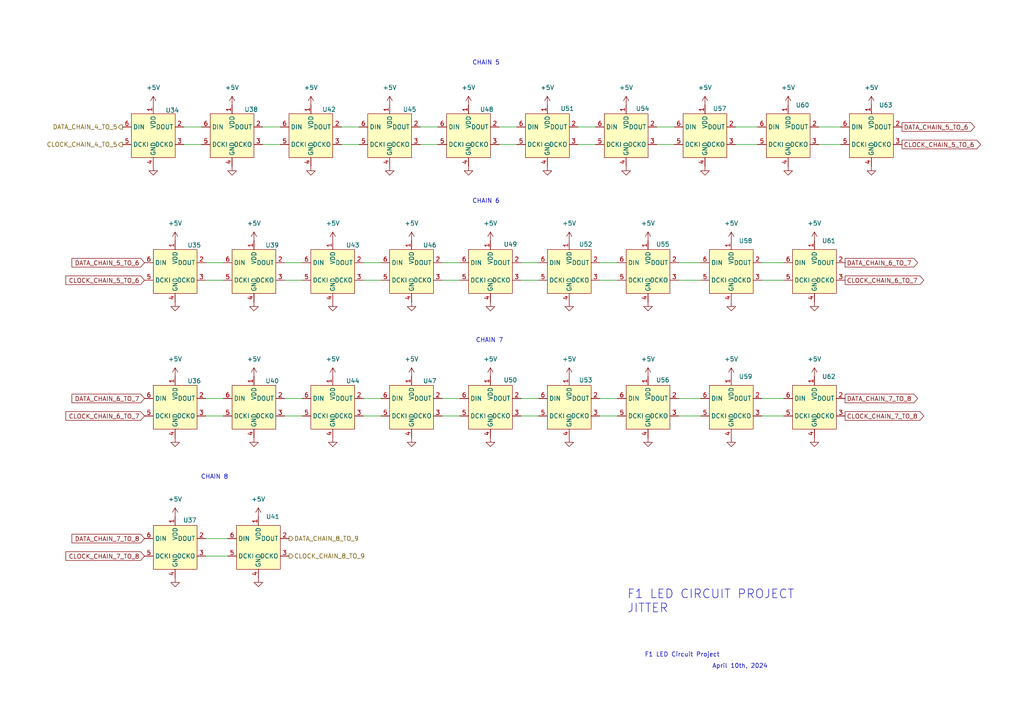
<source format=kicad_sch>
(kicad_sch (version 20231120) (generator "eeschema") (generator_version "8.0")
  (paper "A4")
  (lib_symbols
    (symbol "F1-LED-CIRCUIT-LIBRARY:HD108-2020"
      (property "Reference" "U" (at 0 19.558 0))
      (symbol "HD108-2020_1_1"
        (rectangle (start -6.35 6.35) (end 6.35 -6.35) (stroke (width 0) (color 132 0 0 1)) (fill (type background)))
        (pin power_in line (at 0 8.89 270) (length 2.54) (name "VDD") (number "1"))
        (pin output line (at 8.89 2.54 180) (length 2.54) (name "DOUT") (number "2"))
        (pin output line (at 8.89 -2.54 180) (length 2.54) (name "DCKO") (number "3"))
        (pin power_in line (at 0 -8.89 90) (length 2.54) (name "GND") (number "4"))
        (pin input line (at -8.89 -2.54 0) (length 2.54) (name "DCKI") (number "5"))
        (pin input line (at -8.89 2.54 0) (length 2.54) (name "DIN") (number "6"))
      )
    )
    (symbol "HD108-2020_1"
      (property "Reference" "U" (at 0 19.558 0))
      (symbol "HD108-2020_1_1_1"
        (rectangle (start -6.35 6.35) (end 6.35 -6.35) (stroke (width 0) (color 132 0 0 1)) (fill (type background)))
        (pin power_in line (at 0 8.89 270) (length 2.54) (name "VDD") (number "1"))
        (pin output line (at 8.89 2.54 180) (length 2.54) (name "DOUT") (number "2"))
        (pin output line (at 8.89 -2.54 180) (length 2.54) (name "DCKO") (number "3"))
        (pin power_in line (at 0 -8.89 90) (length 2.54) (name "GND") (number "4"))
        (pin input line (at -8.89 -2.54 0) (length 2.54) (name "DCKI") (number "5"))
        (pin input line (at -8.89 2.54 0) (length 2.54) (name "DIN") (number "6"))
      )
    )
    (symbol "adams_library_symbols:GND" (power) (pin_names (offset 0))
      (property "Value" "GND" (at 0 -3.81 0))
      (symbol "GND_0_1"
        (polyline (pts (xy 0 0) (xy 0 -1.27) (xy 1.27 -1.27) (xy 0 -2.54) (xy -1.27 -1.27) (xy 0 -1.27)))
      )
      (symbol "GND_1_1"
        (pin power_in line (at 0 0 270) (length 0) hide (name "GND") (number "1"))
      )
    )
    (symbol "power:+5V" (power) (pin_numbers hide) (pin_names (offset 0) hide)
      (property "Value" "+5V" (at 0 3.556 0))
      (symbol "+5V_0_1"
        (polyline (pts (xy -0.762 1.27) (xy 0 2.54)))
        (polyline (pts (xy 0 0) (xy 0 2.54)))
        (polyline (pts (xy 0 2.54) (xy 0.762 1.27)))
      )
      (symbol "+5V_1_1"
        (pin power_in line (at 0 0 90) (length 0) (name "~") (number "1"))
      )
    )
  )
  (wire (pts (xy 167.64 36.83) (xy 172.72 36.83)))
  (wire (pts (xy 237.49 41.91) (xy 243.84 41.91)))
  (wire (pts (xy 196.85 81.28) (xy 203.2 81.28)))
  (wire (pts (xy 128.27 120.65) (xy 133.35 120.65)))
  (wire (pts (xy 53.34 41.91) (xy 58.42 41.91)))
  (wire (pts (xy 99.06 36.83) (xy 104.14 36.83)))
  (wire (pts (xy 220.98 76.2) (xy 227.33 76.2)))
  (wire (pts (xy 105.41 76.2) (xy 110.49 76.2)))
  (wire (pts (xy 121.92 36.83) (xy 127 36.83)))
  (wire (pts (xy 121.92 41.91) (xy 127 41.91)))
  (wire (pts (xy 76.2 36.83) (xy 81.28 36.83)))
  (wire (pts (xy 144.78 41.91) (xy 149.86 41.91)))
  (wire (pts (xy 203.2 76.2) (xy 196.85 76.2)))
  (wire (pts (xy 128.27 81.28) (xy 133.35 81.28)))
  (wire (pts (xy 190.5 41.91) (xy 195.58 41.91)))
  (wire (pts (xy 203.2 115.57) (xy 196.85 115.57)))
  (wire (pts (xy 196.85 120.65) (xy 203.2 120.65)))
  (wire (pts (xy 76.2 41.91) (xy 81.28 41.91)))
  (wire (pts (xy 99.06 41.91) (xy 104.14 41.91)))
  (wire (pts (xy 59.69 115.57) (xy 64.77 115.57)))
  (wire (pts (xy 128.27 76.2) (xy 133.35 76.2)))
  (wire (pts (xy 151.13 81.28) (xy 156.21 81.28)))
  (wire (pts (xy 151.13 115.57) (xy 156.21 115.57)))
  (wire (pts (xy 173.99 115.57) (xy 179.07 115.57)))
  (wire (pts (xy 66.04 156.21) (xy 59.69 156.21)))
  (wire (pts (xy 105.41 81.28) (xy 110.49 81.28)))
  (wire (pts (xy 220.98 81.28) (xy 227.33 81.28)))
  (wire (pts (xy 220.98 115.57) (xy 227.33 115.57)))
  (wire (pts (xy 151.13 120.65) (xy 156.21 120.65)))
  (wire (pts (xy 173.99 76.2) (xy 179.07 76.2)))
  (wire (pts (xy 82.55 76.2) (xy 87.63 76.2)))
  (wire (pts (xy 59.69 120.65) (xy 64.77 120.65)))
  (wire (pts (xy 59.69 161.29) (xy 66.04 161.29)))
  (wire (pts (xy 128.27 115.57) (xy 133.35 115.57)))
  (wire (pts (xy 82.55 81.28) (xy 87.63 81.28)))
  (wire (pts (xy 219.71 36.83) (xy 213.36 36.83)))
  (wire (pts (xy 220.98 120.65) (xy 227.33 120.65)))
  (wire (pts (xy 59.69 76.2) (xy 64.77 76.2)))
  (wire (pts (xy 167.64 41.91) (xy 172.72 41.91)))
  (wire (pts (xy 53.34 36.83) (xy 58.42 36.83)))
  (wire (pts (xy 151.13 76.2) (xy 156.21 76.2)))
  (wire (pts (xy 190.5 36.83) (xy 195.58 36.83)))
  (wire (pts (xy 82.55 115.57) (xy 87.63 115.57)))
  (wire (pts (xy 105.41 120.65) (xy 110.49 120.65)))
  (wire (pts (xy 105.41 115.57) (xy 110.49 115.57)))
  (wire (pts (xy 173.99 120.65) (xy 179.07 120.65)))
  (wire (pts (xy 213.36 41.91) (xy 219.71 41.91)))
  (wire (pts (xy 144.78 36.83) (xy 149.86 36.83)))
  (wire (pts (xy 59.69 81.28) (xy 64.77 81.28)))
  (wire (pts (xy 173.99 81.28) (xy 179.07 81.28)))
  (wire (pts (xy 82.55 120.65) (xy 87.63 120.65)))
  (wire (pts (xy 237.49 36.83) (xy 243.84 36.83)))
  (text "April 10th, 2024\n" (at 214.63 193.294 0) (effects (font (size 1.27 1.27))))
  (text "CHAIN 8" (at 62.23 138.43 0) (effects (font (size 1.27 1.27))))
  (text "F1 LED Circuit Project" (at 197.866 189.992 0) (effects (font (size 1.27 1.27))))
  (text "CHAIN 6" (at 140.97 58.42 0) (effects (font (size 1.27 1.27))))
  (text "F1 LED CIRCUIT PROJECT\nJITTER" (at 181.864 174.498 0) (effects (font (size 2.54 2.54)) (justify left)))
  (text "CHAIN 7" (at 141.986 98.806 0) (effects (font (size 1.27 1.27))))
  (text "CHAIN 5" (at 140.97 18.288 0) (effects (font (size 1.27 1.27))))
  (global_label "DATA_CHAIN_5_TO_6" (shape input) (at 41.91 76.2 180) (property "Intersheetrefs" "${INTERSHEET_REFS}" (effects (hide yes))))
  (global_label "CLOCK_CHAIN_6_TO_7" (shape input) (at 41.91 120.65 180) (property "Intersheetrefs" "${INTERSHEET_REFS}" (effects (hide yes))))
  (global_label "CLOCK_CHAIN_6_TO_7" (shape output) (at 245.11 81.28 0) (property "Intersheetrefs" "${INTERSHEET_REFS}" (effects (hide yes))))
  (global_label "DATA_CHAIN_7_TO_8" (shape output) (at 245.11 115.57 0) (property "Intersheetrefs" "${INTERSHEET_REFS}" (effects (hide yes))))
  (global_label "CLOCK_CHAIN_5_TO_6" (shape input) (at 41.91 81.28 180) (property "Intersheetrefs" "${INTERSHEET_REFS}" (effects (hide yes))))
  (global_label "CLOCK_CHAIN_7_TO_8" (shape output) (at 245.11 120.65 0) (property "Intersheetrefs" "${INTERSHEET_REFS}" (effects (hide yes))))
  (global_label "DATA_CHAIN_6_TO_7" (shape output) (at 245.11 76.2 0) (property "Intersheetrefs" "${INTERSHEET_REFS}" (effects (hide yes))))
  (global_label "CLOCK_CHAIN_7_TO_8" (shape input) (at 41.91 161.29 180) (property "Intersheetrefs" "${INTERSHEET_REFS}" (effects (hide yes))))
  (global_label "DATA_CHAIN_7_TO_8" (shape input) (at 41.91 156.21 180) (property "Intersheetrefs" "${INTERSHEET_REFS}" (effects (hide yes))))
  (global_label "CLOCK_CHAIN_5_TO_6" (shape output) (at 261.62 41.91 0) (property "Intersheetrefs" "${INTERSHEET_REFS}" (effects (hide yes))))
  (global_label "DATA_CHAIN_6_TO_7" (shape input) (at 41.91 115.57 180) (property "Intersheetrefs" "${INTERSHEET_REFS}" (effects (hide yes))))
  (global_label "DATA_CHAIN_5_TO_6" (shape output) (at 261.62 36.83 0) (property "Intersheetrefs" "${INTERSHEET_REFS}" (effects (hide yes))))
  (hierarchical_label "DATA_CHAIN_4_TO_5" (shape output) (at 35.56 36.83 180))
  (hierarchical_label "CLOCK_CHAIN_4_TO_5" (shape output) (at 35.56 41.91 180))
  (hierarchical_label "CLOCK_CHAIN_8_TO_9" (shape output) (at 83.82 161.29 0))
  (hierarchical_label "DATA_CHAIN_8_TO_9" (shape output) (at 83.82 156.21 0))
  (symbol (lib_id "adams_library_symbols:GND") (at 44.45 48.26 0) (unit 1)
    (property "Reference" "#PWR072" (effects (hide yes)))
    (property "Value" "GND" (effects (hide yes)))
    (property "Description" "Power symbol creates a global label with name \"GND\" , ground" (effects (hide yes)))
  )
  (symbol (lib_id "F1-LED-CIRCUIT-LIBRARY:HD108-2020") (at 236.22 118.11 0) (unit 1)
    (property "Reference" "U62" (at 238.4141 109.22 0) (effects (justify left)))
    (property "Value" "HD108-2020" (effects (hide yes)))
    (property "Footprint" "F1-LED-CIRCUIT-LIBRARY:HD108-2020" (effects (hide yes)))
  )
  (symbol (lib_id "power:+5V") (at 236.22 69.85 0) (unit 1)
    (property "Reference" "#PWR0125" (effects (hide yes)))
    (property "Value" "+5V" (at 236.22 64.77 0))
    (property "Description" "Power symbol creates a global label with name \"+5V\"" (effects (hide yes)))
  )
  (symbol (lib_id "power:+5V") (at 252.73 30.48 0) (unit 1)
    (property "Reference" "#PWR0129" (effects (hide yes)))
    (property "Value" "+5V" (at 252.73 25.4 0))
    (property "Description" "Power symbol creates a global label with name \"+5V\"" (effects (hide yes)))
  )
  (symbol (lib_id "power:+5V") (at 158.75 30.48 0) (unit 1)
    (property "Reference" "#PWR0105" (effects (hide yes)))
    (property "Value" "+5V" (at 158.75 25.4 0))
    (property "Description" "Power symbol creates a global label with name \"+5V\"" (effects (hide yes)))
  )
  (symbol (lib_id "adams_library_symbols:GND") (at 236.22 87.63 0) (unit 1)
    (property "Reference" "#PWR0126" (effects (hide yes)))
    (property "Value" "GND" (effects (hide yes)))
    (property "Description" "Power symbol creates a global label with name \"GND\" , ground" (effects (hide yes)))
  )
  (symbol (lib_id "power:+5V") (at 228.6 30.48 0) (unit 1)
    (property "Reference" "#PWR0123" (effects (hide yes)))
    (property "Value" "+5V" (at 228.6 25.4 0))
    (property "Description" "Power symbol creates a global label with name \"+5V\"" (effects (hide yes)))
  )
  (symbol (lib_id "adams_library_symbols:GND") (at 50.8 127 0) (unit 1)
    (property "Reference" "#PWR076" (effects (hide yes)))
    (property "Value" "GND" (effects (hide yes)))
    (property "Description" "Power symbol creates a global label with name \"GND\" , ground" (effects (hide yes)))
  )
  (symbol (lib_id "adams_library_symbols:GND") (at 142.24 87.63 0) (unit 1)
    (property "Reference" "#PWR0102" (effects (hide yes)))
    (property "Value" "GND" (effects (hide yes)))
    (property "Description" "Power symbol creates a global label with name \"GND\" , ground" (effects (hide yes)))
  )
  (symbol (lib_id "F1-LED-CIRCUIT-LIBRARY:HD108-2020") (at 74.93 158.75 0) (unit 1)
    (property "Reference" "U41" (at 77.1241 149.86 0) (effects (justify left)))
    (property "Value" "HD108-2020" (effects (hide yes)))
    (property "Footprint" "F1-LED-CIRCUIT-LIBRARY:HD108-2020" (effects (hide yes)))
  )
  (symbol (lib_id "power:+5V") (at 50.8 149.86 0) (unit 1)
    (property "Reference" "#PWR077" (effects (hide yes)))
    (property "Value" "+5V" (at 50.8 144.78 0))
    (property "Description" "Power symbol creates a global label with name \"+5V\"" (effects (hide yes)))
  )
  (symbol (lib_id "adams_library_symbols:GND") (at 50.8 87.63 0) (unit 1)
    (property "Reference" "#PWR074" (effects (hide yes)))
    (property "Value" "GND" (effects (hide yes)))
    (property "Description" "Power symbol creates a global label with name \"GND\" , ground" (effects (hide yes)))
  )
  (symbol (lib_id "F1-LED-CIRCUIT-LIBRARY:HD108-2020") (at 50.8 78.74 0) (unit 1)
    (property "Reference" "U35" (at 54.356 71.12 0) (effects (justify left)))
    (property "Value" "HD108-2020" (effects (hide yes)))
    (property "Footprint" "F1-LED-CIRCUIT-LIBRARY:HD108-2020" (effects (hide yes)))
  )
  (symbol (lib_id "power:+5V") (at 165.1 109.22 0) (unit 1)
    (property "Reference" "#PWR0109" (effects (hide yes)))
    (property "Value" "+5V" (at 165.1 104.14 0))
    (property "Description" "Power symbol creates a global label with name \"+5V\"" (effects (hide yes)))
  )
  (symbol (lib_id "adams_library_symbols:GND") (at 187.96 87.63 0) (unit 1)
    (property "Reference" "#PWR0114" (effects (hide yes)))
    (property "Value" "GND" (effects (hide yes)))
    (property "Description" "Power symbol creates a global label with name \"GND\" , ground" (effects (hide yes)))
  )
  (symbol (lib_id "power:+5V") (at 50.8 69.85 0) (unit 1)
    (property "Reference" "#PWR073" (effects (hide yes)))
    (property "Value" "+5V" (at 50.8 64.77 0))
    (property "Description" "Power symbol creates a global label with name \"+5V\"" (effects (hide yes)))
  )
  (symbol (lib_id "power:+5V") (at 90.17 30.48 0) (unit 1)
    (property "Reference" "#PWR087" (effects (hide yes)))
    (property "Value" "+5V" (at 90.17 25.4 0))
    (property "Description" "Power symbol creates a global label with name \"+5V\"" (effects (hide yes)))
  )
  (symbol (lib_id "power:+5V") (at 142.24 109.22 0) (unit 1)
    (property "Reference" "#PWR0103" (effects (hide yes)))
    (property "Value" "+5V" (at 142.24 104.14 0))
    (property "Description" "Power symbol creates a global label with name \"+5V\"" (effects (hide yes)))
  )
  (symbol (lib_id "F1-LED-CIRCUIT-LIBRARY:HD108-2020") (at 165.1 118.11 0) (unit 1)
    (property "Reference" "U53" (at 167.894 110.236 0) (effects (justify left)))
    (property "Value" "HD108-2020" (effects (hide yes)))
    (property "Footprint" "F1-LED-CIRCUIT-LIBRARY:HD108-2020" (effects (hide yes)))
  )
  (symbol (lib_id "adams_library_symbols:GND") (at 187.96 127 0) (unit 1)
    (property "Reference" "#PWR0116" (effects (hide yes)))
    (property "Value" "GND" (effects (hide yes)))
    (property "Description" "Power symbol creates a global label with name \"GND\" , ground" (effects (hide yes)))
  )
  (symbol (lib_id "power:+5V") (at 212.09 109.22 0) (unit 1)
    (property "Reference" "#PWR0121" (effects (hide yes)))
    (property "Value" "+5V" (at 212.09 104.14 0))
    (property "Description" "Power symbol creates a global label with name \"+5V\"" (effects (hide yes)))
  )
  (symbol (lib_id "F1-LED-CIRCUIT-LIBRARY:HD108-2020") (at 187.96 118.11 0) (unit 1)
    (property "Reference" "U56" (at 190.246 110.236 0) (effects (justify left)))
    (property "Value" "HD108-2020" (effects (hide yes)))
    (property "Footprint" "F1-LED-CIRCUIT-LIBRARY:HD108-2020" (effects (hide yes)))
  )
  (symbol (lib_id "adams_library_symbols:GND") (at 67.31 48.26 0) (unit 1)
    (property "Reference" "#PWR080" (effects (hide yes)))
    (property "Value" "GND" (effects (hide yes)))
    (property "Description" "Power symbol creates a global label with name \"GND\" , ground" (effects (hide yes)))
  )
  (symbol (lib_id "F1-LED-CIRCUIT-LIBRARY:HD108-2020") (at 135.89 39.37 0) (unit 1)
    (property "Reference" "U48" (at 139.192 31.75 0) (effects (justify left)))
    (property "Value" "HD108-2020" (effects (hide yes)))
    (property "Footprint" "F1-LED-CIRCUIT-LIBRARY:HD108-2020" (effects (hide yes)))
  )
  (symbol (lib_id "F1-LED-CIRCUIT-LIBRARY:HD108-2020") (at 165.1 78.74 0) (unit 1)
    (property "Reference" "U52" (at 167.894 70.866 0) (effects (justify left)))
    (property "Value" "HD108-2020" (effects (hide yes)))
    (property "Footprint" "F1-LED-CIRCUIT-LIBRARY:HD108-2020" (effects (hide yes)))
  )
  (symbol (lib_id "adams_library_symbols:GND") (at 236.22 127 0) (unit 1)
    (property "Reference" "#PWR0128" (effects (hide yes)))
    (property "Value" "GND" (effects (hide yes)))
    (property "Description" "Power symbol creates a global label with name \"GND\" , ground" (effects (hide yes)))
  )
  (symbol (lib_id "F1-LED-CIRCUIT-LIBRARY:HD108-2020") (at 236.22 78.74 0) (unit 1)
    (property "Reference" "U61" (at 238.4141 69.85 0) (effects (justify left)))
    (property "Value" "HD108-2020" (effects (hide yes)))
    (property "Footprint" "F1-LED-CIRCUIT-LIBRARY:HD108-2020" (effects (hide yes)))
  )
  (symbol (lib_id "power:+5V") (at 67.31 30.48 0) (unit 1)
    (property "Reference" "#PWR079" (effects (hide yes)))
    (property "Value" "+5V" (at 67.31 25.4 0))
    (property "Description" "Power symbol creates a global label with name \"+5V\"" (effects (hide yes)))
  )
  (symbol (lib_id "power:+5V") (at 73.66 69.85 0) (unit 1)
    (property "Reference" "#PWR081" (effects (hide yes)))
    (property "Value" "+5V" (at 73.66 64.77 0))
    (property "Description" "Power symbol creates a global label with name \"+5V\"" (effects (hide yes)))
  )
  (symbol (lib_id "F1-LED-CIRCUIT-LIBRARY:HD108-2020") (at 67.31 39.37 0) (unit 1)
    (property "Reference" "U38" (at 70.866 31.75 0) (effects (justify left)))
    (property "Value" "HD108-2020" (effects (hide yes)))
    (property "Footprint" "F1-LED-CIRCUIT-LIBRARY:HD108-2020" (effects (hide yes)))
  )
  (symbol (lib_id "adams_library_symbols:GND") (at 74.93 167.64 0) (unit 1)
    (property "Reference" "#PWR086" (effects (hide yes)))
    (property "Value" "GND" (effects (hide yes)))
    (property "Description" "Power symbol creates a global label with name \"GND\" , ground" (effects (hide yes)))
  )
  (symbol (lib_id "F1-LED-CIRCUIT-LIBRARY:HD108-2020") (at 73.66 118.11 0) (unit 1)
    (property "Reference" "U40" (at 76.962 110.49 0) (effects (justify left)))
    (property "Value" "HD108-2020" (effects (hide yes)))
    (property "Footprint" "F1-LED-CIRCUIT-LIBRARY:HD108-2020" (effects (hide yes)))
  )
  (symbol (lib_id "adams_library_symbols:GND") (at 228.6 48.26 0) (unit 1)
    (property "Reference" "#PWR0124" (effects (hide yes)))
    (property "Value" "GND" (effects (hide yes)))
    (property "Description" "Power symbol creates a global label with name \"GND\" , ground" (effects (hide yes)))
  )
  (symbol (lib_id "power:+5V") (at 96.52 109.22 0) (unit 1)
    (property "Reference" "#PWR091" (effects (hide yes)))
    (property "Value" "+5V" (at 96.52 104.14 0))
    (property "Description" "Power symbol creates a global label with name \"+5V\"" (effects (hide yes)))
  )
  (symbol (lib_id "power:+5V") (at 96.52 69.85 0) (unit 1)
    (property "Reference" "#PWR089" (effects (hide yes)))
    (property "Value" "+5V" (at 96.52 64.77 0))
    (property "Description" "Power symbol creates a global label with name \"+5V\"" (effects (hide yes)))
  )
  (symbol (lib_id "power:+5V") (at 142.24 69.85 0) (unit 1)
    (property "Reference" "#PWR0101" (effects (hide yes)))
    (property "Value" "+5V" (at 142.24 64.77 0))
    (property "Description" "Power symbol creates a global label with name \"+5V\"" (effects (hide yes)))
  )
  (symbol (lib_id "adams_library_symbols:GND") (at 212.09 127 0) (unit 1)
    (property "Reference" "#PWR0122" (effects (hide yes)))
    (property "Value" "GND" (effects (hide yes)))
    (property "Description" "Power symbol creates a global label with name \"GND\" , ground" (effects (hide yes)))
  )
  (symbol (lib_id "power:+5V") (at 187.96 109.22 0) (unit 1)
    (property "Reference" "#PWR0115" (effects (hide yes)))
    (property "Value" "+5V" (at 187.96 104.14 0))
    (property "Description" "Power symbol creates a global label with name \"+5V\"" (effects (hide yes)))
  )
  (symbol (lib_id "F1-LED-CIRCUIT-LIBRARY:HD108-2020") (at 50.8 118.11 0) (unit 1)
    (property "Reference" "U36" (at 54.356 110.49 0) (effects (justify left)))
    (property "Value" "HD108-2020" (effects (hide yes)))
    (property "Footprint" "F1-LED-CIRCUIT-LIBRARY:HD108-2020" (effects (hide yes)))
  )
  (symbol (lib_id "F1-LED-CIRCUIT-LIBRARY:HD108-2020") (at 142.24 118.11 0) (unit 1)
    (property "Reference" "U50" (at 146.05 110.236 0) (effects (justify left)))
    (property "Value" "HD108-2020" (effects (hide yes)))
    (property "Footprint" "F1-LED-CIRCUIT-LIBRARY:HD108-2020" (effects (hide yes)))
  )
  (symbol (lib_id "F1-LED-CIRCUIT-LIBRARY:HD108-2020") (at 119.38 78.74 0) (unit 1)
    (property "Reference" "U46" (at 122.682 71.12 0) (effects (justify left)))
    (property "Value" "HD108-2020" (effects (hide yes)))
    (property "Footprint" "F1-LED-CIRCUIT-LIBRARY:HD108-2020" (effects (hide yes)))
  )
  (symbol (lib_id "F1-LED-CIRCUIT-LIBRARY:HD108-2020") (at 212.09 78.74 0) (unit 1)
    (property "Reference" "U58" (at 214.2841 69.85 0) (effects (justify left)))
    (property "Value" "HD108-2020" (effects (hide yes)))
    (property "Footprint" "F1-LED-CIRCUIT-LIBRARY:HD108-2020" (effects (hide yes)))
  )
  (symbol (lib_id "adams_library_symbols:GND") (at 119.38 87.63 0) (unit 1)
    (property "Reference" "#PWR096" (effects (hide yes)))
    (property "Value" "GND" (effects (hide yes)))
    (property "Description" "Power symbol creates a global label with name \"GND\" , ground" (effects (hide yes)))
  )
  (symbol (lib_id "F1-LED-CIRCUIT-LIBRARY:HD108-2020") (at 252.73 39.37 0) (unit 1)
    (property "Reference" "U63" (at 254.9241 30.48 0) (effects (justify left)))
    (property "Value" "HD108-2020" (effects (hide yes)))
    (property "Footprint" "F1-LED-CIRCUIT-LIBRARY:HD108-2020" (effects (hide yes)))
  )
  (symbol (lib_id "adams_library_symbols:GND") (at 50.8 167.64 0) (unit 1)
    (property "Reference" "#PWR078" (effects (hide yes)))
    (property "Value" "GND" (effects (hide yes)))
    (property "Description" "Power symbol creates a global label with name \"GND\" , ground" (effects (hide yes)))
  )
  (symbol (lib_id "adams_library_symbols:GND") (at 212.09 87.63 0) (unit 1)
    (property "Reference" "#PWR0120" (effects (hide yes)))
    (property "Value" "GND" (effects (hide yes)))
    (property "Description" "Power symbol creates a global label with name \"GND\" , ground" (effects (hide yes)))
  )
  (symbol (lib_id "power:+5V") (at 135.89 30.48 0) (unit 1)
    (property "Reference" "#PWR099" (effects (hide yes)))
    (property "Value" "+5V" (at 135.89 25.4 0))
    (property "Description" "Power symbol creates a global label with name \"+5V\"" (effects (hide yes)))
  )
  (symbol (lib_id "F1-LED-CIRCUIT-LIBRARY:HD108-2020") (at 90.17 39.37 0) (unit 1)
    (property "Reference" "U42" (at 93.472 31.75 0) (effects (justify left)))
    (property "Value" "HD108-2020" (effects (hide yes)))
    (property "Footprint" "F1-LED-CIRCUIT-LIBRARY:HD108-2020" (effects (hide yes)))
  )
  (symbol (lib_id "adams_library_symbols:GND") (at 113.03 48.26 0) (unit 1)
    (property "Reference" "#PWR094" (effects (hide yes)))
    (property "Value" "GND" (effects (hide yes)))
    (property "Description" "Power symbol creates a global label with name \"GND\" , ground" (effects (hide yes)))
  )
  (symbol (lib_id "power:+5V") (at 165.1 69.85 0) (unit 1)
    (property "Reference" "#PWR0107" (effects (hide yes)))
    (property "Value" "+5V" (at 165.1 64.77 0))
    (property "Description" "Power symbol creates a global label with name \"+5V\"" (effects (hide yes)))
  )
  (symbol (lib_id "power:+5V") (at 113.03 30.48 0) (unit 1)
    (property "Reference" "#PWR093" (effects (hide yes)))
    (property "Value" "+5V" (at 113.03 25.4 0))
    (property "Description" "Power symbol creates a global label with name \"+5V\"" (effects (hide yes)))
  )
  (symbol (lib_id "adams_library_symbols:GND") (at 73.66 127 0) (unit 1)
    (property "Reference" "#PWR084" (effects (hide yes)))
    (property "Value" "GND" (effects (hide yes)))
    (property "Description" "Power symbol creates a global label with name \"GND\" , ground" (effects (hide yes)))
  )
  (symbol (lib_id "adams_library_symbols:GND") (at 135.89 48.26 0) (unit 1)
    (property "Reference" "#PWR0100" (effects (hide yes)))
    (property "Value" "GND" (effects (hide yes)))
    (property "Description" "Power symbol creates a global label with name \"GND\" , ground" (effects (hide yes)))
  )
  (symbol (lib_id "adams_library_symbols:GND") (at 165.1 87.63 0) (unit 1)
    (property "Reference" "#PWR0108" (effects (hide yes)))
    (property "Value" "GND" (effects (hide yes)))
    (property "Description" "Power symbol creates a global label with name \"GND\" , ground" (effects (hide yes)))
  )
  (symbol (lib_id "power:+5V") (at 212.09 69.85 0) (unit 1)
    (property "Reference" "#PWR0119" (effects (hide yes)))
    (property "Value" "+5V" (at 212.09 64.77 0))
    (property "Description" "Power symbol creates a global label with name \"+5V\"" (effects (hide yes)))
  )
  (symbol (lib_id "adams_library_symbols:GND") (at 96.52 127 0) (unit 1)
    (property "Reference" "#PWR092" (effects (hide yes)))
    (property "Value" "GND" (effects (hide yes)))
    (property "Description" "Power symbol creates a global label with name \"GND\" , ground" (effects (hide yes)))
  )
  (symbol (lib_id "F1-LED-CIRCUIT-LIBRARY:HD108-2020") (at 113.03 39.37 0) (unit 1)
    (property "Reference" "U45" (at 116.84 31.75 0) (effects (justify left)))
    (property "Value" "HD108-2020" (effects (hide yes)))
    (property "Footprint" "F1-LED-CIRCUIT-LIBRARY:HD108-2020" (effects (hide yes)))
  )
  (symbol (lib_id "power:+5V") (at 74.93 149.86 0) (unit 1)
    (property "Reference" "#PWR085" (effects (hide yes)))
    (property "Value" "+5V" (at 74.93 144.78 0))
    (property "Description" "Power symbol creates a global label with name \"+5V\"" (effects (hide yes)))
  )
  (symbol (lib_id "F1-LED-CIRCUIT-LIBRARY:HD108-2020") (at 204.47 39.37 0) (unit 1)
    (property "Reference" "U57" (at 206.756 31.496 0) (effects (justify left)))
    (property "Value" "HD108-2020" (effects (hide yes)))
    (property "Footprint" "F1-LED-CIRCUIT-LIBRARY:HD108-2020" (effects (hide yes)))
  )
  (symbol (lib_id "F1-LED-CIRCUIT-LIBRARY:HD108-2020") (at 181.61 39.37 0) (unit 1)
    (property "Reference" "U54" (at 184.404 31.496 0) (effects (justify left)))
    (property "Value" "HD108-2020" (effects (hide yes)))
    (property "Footprint" "F1-LED-CIRCUIT-LIBRARY:HD108-2020" (effects (hide yes)))
  )
  (symbol (lib_id "power:+5V") (at 181.61 30.48 0) (unit 1)
    (property "Reference" "#PWR0111" (effects (hide yes)))
    (property "Value" "+5V" (at 181.61 25.4 0))
    (property "Description" "Power symbol creates a global label with name \"+5V\"" (effects (hide yes)))
  )
  (symbol (lib_id "F1-LED-CIRCUIT-LIBRARY:HD108-2020") (at 212.09 118.11 0) (unit 1)
    (property "Reference" "U59" (at 214.2841 109.22 0) (effects (justify left)))
    (property "Value" "HD108-2020" (effects (hide yes)))
    (property "Footprint" "F1-LED-CIRCUIT-LIBRARY:HD108-2020" (effects (hide yes)))
  )
  (symbol (lib_id "F1-LED-CIRCUIT-LIBRARY:HD108-2020") (at 142.24 78.74 0) (unit 1)
    (property "Reference" "U49" (at 146.05 70.866 0) (effects (justify left)))
    (property "Value" "HD108-2020" (effects (hide yes)))
    (property "Footprint" "F1-LED-CIRCUIT-LIBRARY:HD108-2020" (effects (hide yes)))
  )
  (symbol (lib_id "power:+5V") (at 204.47 30.48 0) (unit 1)
    (property "Reference" "#PWR0117" (effects (hide yes)))
    (property "Value" "+5V" (at 204.47 25.4 0))
    (property "Description" "Power symbol creates a global label with name \"+5V\"" (effects (hide yes)))
  )
  (symbol (lib_id "adams_library_symbols:GND") (at 158.75 48.26 0) (unit 1)
    (property "Reference" "#PWR0106" (effects (hide yes)))
    (property "Value" "GND" (effects (hide yes)))
    (property "Description" "Power symbol creates a global label with name \"GND\" , ground" (effects (hide yes)))
  )
  (symbol (lib_id "F1-LED-CIRCUIT-LIBRARY:HD108-2020") (at 187.96 78.74 0) (unit 1)
    (property "Reference" "U55" (at 190.246 70.866 0) (effects (justify left)))
    (property "Value" "HD108-2020" (effects (hide yes)))
    (property "Footprint" "F1-LED-CIRCUIT-LIBRARY:HD108-2020" (effects (hide yes)))
  )
  (symbol (lib_id "adams_library_symbols:GND") (at 252.73 48.26 0) (unit 1)
    (property "Reference" "#PWR0130" (effects (hide yes)))
    (property "Value" "GND" (effects (hide yes)))
    (property "Description" "Power symbol creates a global label with name \"GND\" , ground" (effects (hide yes)))
  )
  (symbol (lib_id "adams_library_symbols:GND") (at 73.66 87.63 0) (unit 1)
    (property "Reference" "#PWR082" (effects (hide yes)))
    (property "Value" "GND" (effects (hide yes)))
    (property "Description" "Power symbol creates a global label with name \"GND\" , ground" (effects (hide yes)))
  )
  (symbol (lib_id "power:+5V") (at 187.96 69.85 0) (unit 1)
    (property "Reference" "#PWR0113" (effects (hide yes)))
    (property "Value" "+5V" (at 187.96 64.77 0))
    (property "Description" "Power symbol creates a global label with name \"+5V\"" (effects (hide yes)))
  )
  (symbol (lib_id "power:+5V") (at 44.45 30.48 0) (unit 1)
    (property "Reference" "#PWR071" (effects (hide yes)))
    (property "Value" "+5V" (at 44.45 25.4 0))
    (property "Description" "Power symbol creates a global label with name \"+5V\"" (effects (hide yes)))
  )
  (symbol (lib_id "F1-LED-CIRCUIT-LIBRARY:HD108-2020") (at 96.52 118.11 0) (unit 1)
    (property "Reference" "U44" (at 100.33 110.49 0) (effects (justify left)))
    (property "Value" "HD108-2020" (effects (hide yes)))
    (property "Footprint" "F1-LED-CIRCUIT-LIBRARY:HD108-2020" (effects (hide yes)))
  )
  (symbol (lib_id "adams_library_symbols:GND") (at 90.17 48.26 0) (unit 1)
    (property "Reference" "#PWR088" (effects (hide yes)))
    (property "Value" "GND" (effects (hide yes)))
    (property "Description" "Power symbol creates a global label with name \"GND\" , ground" (effects (hide yes)))
  )
  (symbol (lib_id "F1-LED-CIRCUIT-LIBRARY:HD108-2020") (at 228.6 39.37 0) (unit 1)
    (property "Reference" "U60" (at 230.7941 30.48 0) (effects (justify left)))
    (property "Value" "HD108-2020" (effects (hide yes)))
    (property "Footprint" "F1-LED-CIRCUIT-LIBRARY:HD108-2020" (effects (hide yes)))
  )
  (symbol (lib_id "power:+5V") (at 73.66 109.22 0) (unit 1)
    (property "Reference" "#PWR083" (effects (hide yes)))
    (property "Value" "+5V" (at 73.66 104.14 0))
    (property "Description" "Power symbol creates a global label with name \"+5V\"" (effects (hide yes)))
  )
  (symbol (lib_id "F1-LED-CIRCUIT-LIBRARY:HD108-2020") (at 50.8 158.75 0) (unit 1)
    (property "Reference" "U37" (at 53.086 150.876 0) (effects (justify left)))
    (property "Value" "HD108-2020" (effects (hide yes)))
    (property "Footprint" "F1-LED-CIRCUIT-LIBRARY:HD108-2020" (effects (hide yes)))
  )
  (symbol (lib_id "adams_library_symbols:GND") (at 142.24 127 0) (unit 1)
    (property "Reference" "#PWR0104" (effects (hide yes)))
    (property "Value" "GND" (effects (hide yes)))
    (property "Description" "Power symbol creates a global label with name \"GND\" , ground" (effects (hide yes)))
  )
  (symbol (lib_id "adams_library_symbols:GND") (at 181.61 48.26 0) (unit 1)
    (property "Reference" "#PWR0112" (effects (hide yes)))
    (property "Value" "GND" (effects (hide yes)))
    (property "Description" "Power symbol creates a global label with name \"GND\" , ground" (effects (hide yes)))
  )
  (symbol (lib_id "adams_library_symbols:GND") (at 204.47 48.26 0) (unit 1)
    (property "Reference" "#PWR0118" (effects (hide yes)))
    (property "Value" "GND" (effects (hide yes)))
    (property "Description" "Power symbol creates a global label with name \"GND\" , ground" (effects (hide yes)))
  )
  (symbol (lib_id "F1-LED-CIRCUIT-LIBRARY:HD108-2020") (at 73.66 78.74 0) (unit 1)
    (property "Reference" "U39" (at 76.962 71.12 0) (effects (justify left)))
    (property "Value" "HD108-2020" (effects (hide yes)))
    (property "Footprint" "F1-LED-CIRCUIT-LIBRARY:HD108-2020" (effects (hide yes)))
  )
  (symbol (lib_id "power:+5V") (at 236.22 109.22 0) (unit 1)
    (property "Reference" "#PWR0127" (effects (hide yes)))
    (property "Value" "+5V" (at 236.22 104.14 0))
    (property "Description" "Power symbol creates a global label with name \"+5V\"" (effects (hide yes)))
  )
  (symbol (lib_id "adams_library_symbols:GND") (at 165.1 127 0) (unit 1)
    (property "Reference" "#PWR0110" (effects (hide yes)))
    (property "Value" "GND" (effects (hide yes)))
    (property "Description" "Power symbol creates a global label with name \"GND\" , ground" (effects (hide yes)))
  )
  (symbol (lib_id "adams_library_symbols:GND") (at 96.52 87.63 0) (unit 1)
    (property "Reference" "#PWR090" (effects (hide yes)))
    (property "Value" "GND" (effects (hide yes)))
    (property "Description" "Power symbol creates a global label with name \"GND\" , ground" (effects (hide yes)))
  )
  (symbol (lib_id "power:+5V") (at 119.38 69.85 0) (unit 1)
    (property "Reference" "#PWR095" (effects (hide yes)))
    (property "Value" "+5V" (at 119.38 64.77 0))
    (property "Description" "Power symbol creates a global label with name \"+5V\"" (effects (hide yes)))
  )
  (symbol (lib_id "F1-LED-CIRCUIT-LIBRARY:HD108-2020") (at 119.38 118.11 0) (unit 1)
    (property "Reference" "U47" (at 122.682 110.49 0) (effects (justify left)))
    (property "Value" "HD108-2020" (effects (hide yes)))
    (property "Footprint" "F1-LED-CIRCUIT-LIBRARY:HD108-2020" (effects (hide yes)))
  )
  (symbol (lib_name "HD108-2020_1") (lib_id "F1-LED-CIRCUIT-LIBRARY:HD108-2020") (at 44.45 39.37 0) (unit 1)
    (property "Reference" "U34" (at 48.006 32.004 0) (effects (justify left)))
    (property "Value" "HD108-2020" (effects (hide yes)))
    (property "Footprint" "F1-LED-CIRCUIT-LIBRARY:HD108-2020" (effects (hide yes)))
  )
  (symbol (lib_id "adams_library_symbols:GND") (at 119.38 127 0) (unit 1)
    (property "Reference" "#PWR098" (effects (hide yes)))
    (property "Value" "GND" (effects (hide yes)))
    (property "Description" "Power symbol creates a global label with name \"GND\" , ground" (effects (hide yes)))
  )
  (symbol (lib_id "power:+5V") (at 50.8 109.22 0) (unit 1)
    (property "Reference" "#PWR075" (effects (hide yes)))
    (property "Value" "+5V" (at 50.8 104.14 0))
    (property "Description" "Power symbol creates a global label with name \"+5V\"" (effects (hide yes)))
  )
  (symbol (lib_id "power:+5V") (at 119.38 109.22 0) (unit 1)
    (property "Reference" "#PWR097" (effects (hide yes)))
    (property "Value" "+5V" (at 119.38 104.14 0))
    (property "Description" "Power symbol creates a global label with name \"+5V\"" (effects (hide yes)))
  )
  (symbol (lib_id "F1-LED-CIRCUIT-LIBRARY:HD108-2020") (at 96.52 78.74 0) (unit 1)
    (property "Reference" "U43" (at 100.33 71.12 0) (effects (justify left)))
    (property "Value" "HD108-2020" (effects (hide yes)))
    (property "Footprint" "F1-LED-CIRCUIT-LIBRARY:HD108-2020" (effects (hide yes)))
  )
  (symbol (lib_id "F1-LED-CIRCUIT-LIBRARY:HD108-2020") (at 158.75 39.37 0) (unit 1)
    (property "Reference" "U51" (at 162.56 31.496 0) (effects (justify left)))
    (property "Value" "HD108-2020" (effects (hide yes)))
    (property "Footprint" "F1-LED-CIRCUIT-LIBRARY:HD108-2020" (effects (hide yes)))
  )
)
</source>
